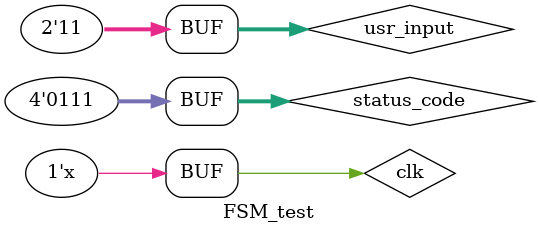
<source format=v>
`timescale 1ns / 1ps


module FSM_test(

    );
    reg clk;
    reg [1:0] usr_input;
    reg [3:0] status_code;
    wire [15:0] current_state;
    wire [3:0] input_style_out;
    wire [15:0] state_led;
    
    parameter [3:0] 
        ACC_FOUND = 4'b0001,
        ACC_NOT_FOUND = 4'b0010,
        PIN_CORRECT = 4'b0011,
        PIN_INCORRECT = 4'b0100,
        AMT_VALID = 4'b0101,
        AMT_INVALID = 4'b0110,
        EXIT = 4'b0111,
        INPUT_COMPLETE = 4'b1000;
    
    parameter [1:0]
        BALANCE = 2'b00,
        CONVERT = 2'b01,
        WITHDRAW_OPTION = 2'b10,
        TRANSFER_OPTION = 2'b11;
    
    FSM state_test(.clk(clk), .usr_input(usr_input), .status_code(status_code), .current_state(current_state),
    .input_style_out(input_style_out), .state_led(state_led));
    
    initial begin
    
    clk = 0;
    
    #20 status_code = INPUT_COMPLETE;
    #20 status_code = ACC_NOT_FOUND; // back to idle
    #20 status_code = INPUT_COMPLETE;
    #20 status_code = ACC_FOUND; // advance to PIN_INPUT
    #20 status_code = PIN_INCORRECT; // back to idle
    #20 status_code = INPUT_COMPLETE;
    #20 status_code = ACC_FOUND;
    #20 status_code = PIN_CORRECT; // advance to MENU
    
    #20 status_code = EXIT; // exit to idle
    #20 status_code = INPUT_COMPLETE;
    #20 status_code = ACC_FOUND;
    #20 status_code = PIN_CORRECT; // advance to MENU
    
    #20 usr_input = BALANCE;
    #20 status_code = EXIT;
    
    // successful conversion
    #20 usr_input = CONVERT;
    #20 status_code = INPUT_COMPLETE;
    #20 status_code = AMT_VALID;
    #20 status_code = INPUT_COMPLETE;
    #20 status_code = EXIT;
    
    //successful withdrawal
    #20 usr_input = WITHDRAW_OPTION;
    #20 status_code = INPUT_COMPLETE;
    #20 status_code = AMT_VALID;
    #20 status_code = EXIT;
    
    // unsuccessful withdrawal
    #20 usr_input = WITHDRAW_OPTION;
    #20 status_code = INPUT_COMPLETE;
    #20 status_code = AMT_INVALID;
    #20 status_code = EXIT;
    
    // successful Transfer
    
    #20 usr_input = TRANSFER_OPTION;
    #20 status_code = ACC_FOUND;
    #20 status_code = INPUT_COMPLETE;
    #20 status_code = AMT_VALID;
    #20 status_code = EXIT;
    
    // unsuccessful transfer
    
    #20 usr_input = TRANSFER_OPTION;
    #20 status_code = ACC_NOT_FOUND;
    #20 status_code = EXIT;
    
    
    
    end
    
    always 
        #10 clk = ~clk;
    
endmodule

</source>
